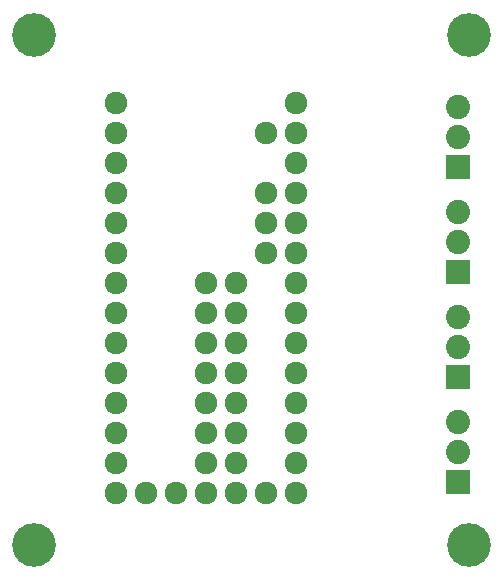
<source format=gbr>
G04 #@! TF.FileFunction,Soldermask,Top*
%FSLAX46Y46*%
G04 Gerber Fmt 4.6, Leading zero omitted, Abs format (unit mm)*
G04 Created by KiCad (PCBNEW 4.0.7-e2-6376~58~ubuntu16.04.1) date Wed Jan 17 09:19:02 2018*
%MOMM*%
%LPD*%
G01*
G04 APERTURE LIST*
%ADD10C,0.100000*%
%ADD11R,2.051000X2.051000*%
%ADD12C,2.051000*%
%ADD13C,1.924000*%
%ADD14C,3.702000*%
G04 APERTURE END LIST*
D10*
D11*
X89852500Y-91757500D03*
D12*
X89852500Y-89217500D03*
X89852500Y-86677500D03*
D11*
X89852500Y-82867500D03*
D12*
X89852500Y-80327500D03*
X89852500Y-77787500D03*
D11*
X89852500Y-73977500D03*
D12*
X89852500Y-71437500D03*
X89852500Y-68897500D03*
D11*
X89852500Y-65087500D03*
D12*
X89852500Y-62547500D03*
X89852500Y-60007500D03*
D13*
X60960000Y-59690000D03*
X60960000Y-62230000D03*
X60960000Y-64770000D03*
X60960000Y-67310000D03*
X60960000Y-69850000D03*
X60960000Y-72390000D03*
X60960000Y-74930000D03*
X60960000Y-77470000D03*
X60960000Y-80010000D03*
X60960000Y-82550000D03*
X60960000Y-85090000D03*
X60960000Y-87630000D03*
X60960000Y-90170000D03*
X60960000Y-92710000D03*
X63500000Y-92710000D03*
X66040000Y-92710000D03*
X68580000Y-92710000D03*
X71120000Y-92710000D03*
X73660000Y-92710000D03*
X76200000Y-92710000D03*
X76200000Y-90170000D03*
X76200000Y-87630000D03*
X76200000Y-85090000D03*
X76200000Y-82550000D03*
X76200000Y-80010000D03*
X76200000Y-77470000D03*
X76200000Y-74930000D03*
X76200000Y-72390000D03*
X76200000Y-69850000D03*
X76200000Y-67310000D03*
X76200000Y-64770000D03*
X76200000Y-62230000D03*
X76200000Y-59690000D03*
X68580000Y-74930000D03*
X68580000Y-77470000D03*
X68580000Y-80010000D03*
X68580000Y-82550000D03*
X68580000Y-85090000D03*
X68580000Y-87630000D03*
X68580000Y-90170000D03*
X71120000Y-90170000D03*
X71120000Y-87630000D03*
X71120000Y-85090000D03*
X71120000Y-82550000D03*
X71120000Y-80010000D03*
X71120000Y-77470000D03*
X71120000Y-74930000D03*
X73660000Y-72390000D03*
X73660000Y-69850000D03*
X73660000Y-67310000D03*
X73660000Y-62230000D03*
D14*
X53975000Y-53975000D03*
X90805000Y-53975000D03*
X90805000Y-97155000D03*
X53975000Y-97155000D03*
M02*

</source>
